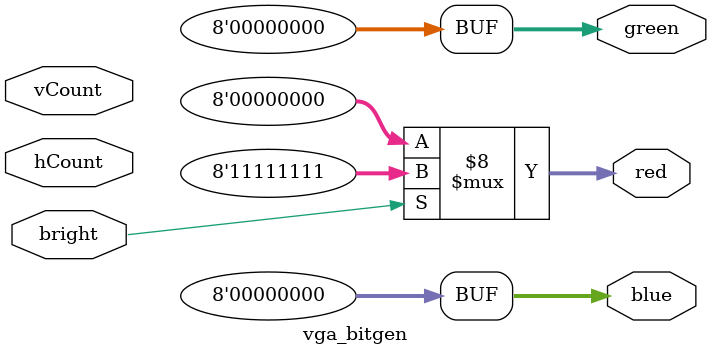
<source format=v>
module vga_bitgen(bright,
	hCount, vCount,
	red, green, blue);
inout bright;
//input [7:0] pixelData;
input [9:0] hCount, vCount;
output reg[7:0] red;
output reg[7:0] green;
output reg[7:0] blue;

parameter BLACK = 8'b00000000;
parameter WHITE = 8'b11111111;
parameter RED = 8'b11100000;
parameter GREEN = 8'b00011100;
parameter BLUE = 8'b00000000;

always@(*)
begin
//This will paint a white box with a red background
  if(~bright) 
  begin
	red  = 8'b0;
	green = 8'b0;
	blue = 8'b0;
  end
//  else if ((hCount >= 100 && hCount <= 300) && (vCount >= 150 && vCount <= 350))
//  begin
//	red = WHITE;
//	green = WHITE;
//	blue = WHITE;
//  end
  else
  begin
	red = 8'b11111111;
	green = 8'b00000000;
	blue = 8'b00000000;
  end

end

endmodule

</source>
